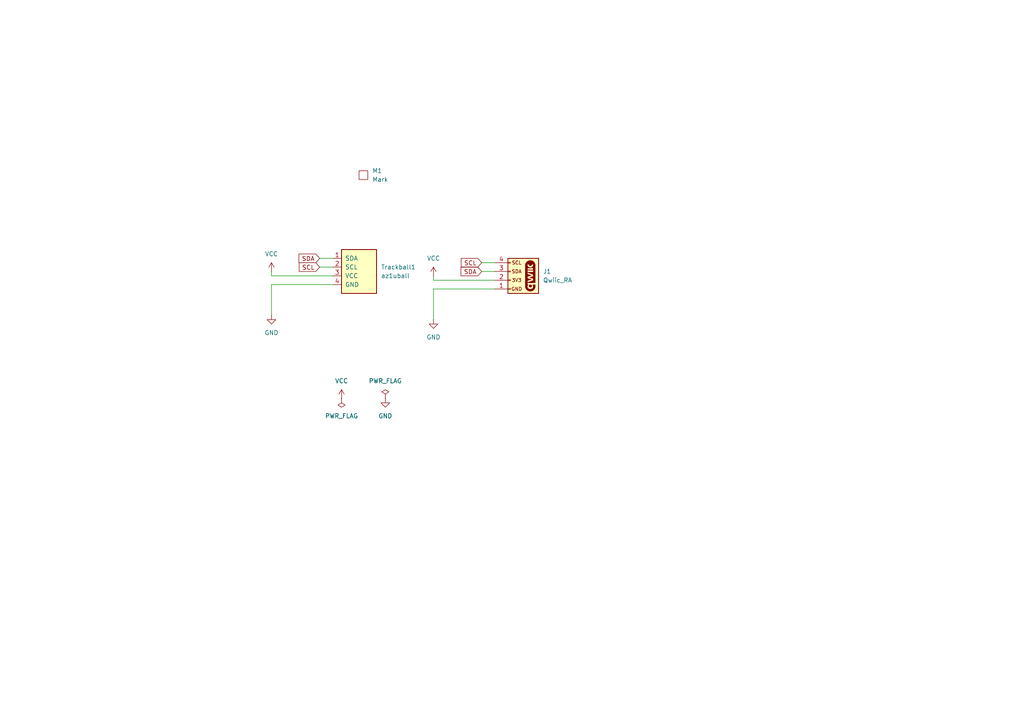
<source format=kicad_sch>
(kicad_sch (version 20231120) (generator "eeschema") (generator_version "8.0")
  (paper "A4")
  (lib_symbols
    (symbol "BrownSugar_KBD:Mark" (pin_numbers hide) (pin_names (offset 0) hide)
      (property "Reference" "M" (at 0 3.81 0))
      (property "Value" "Mark" (at 0 2.54 0))
      (symbol "Mark_0_1"
        (rectangle (start -1.27 1.27) (end 1.27 -1.27))
      )
    )
    (symbol "BrownSugar_KBD:OLED" (pin_names (offset 1.016))
      (property "Reference" "OL" (at 0 7.62 0))
      (property "Value" "OLED" (at 0 -7.62 0))
      (symbol "OLED_0_1"
        (rectangle (start -5.08 6.35) (end 5.08 -6.35) (stroke (width 0.254)) (fill (type background)))
      )
      (symbol "OLED_1_1"
        (pin bidirectional line (at -7.62 3.81 0) (length 2.54) (name "SDA") (number "1"))
        (pin bidirectional line (at -7.62 1.27 0) (length 2.54) (name "SCL") (number "2"))
        (pin power_in line (at -7.62 -1.27 0) (length 2.54) (name "VCC") (number "3"))
        (pin power_in line (at -7.62 -3.81 0) (length 2.54) (name "GND") (number "4"))
      )
    )
    (symbol "SparkFun-Connector:Qwiic_Right_Angle" (pin_names (offset 1.016) hide)
      (property "Reference" "J" (at 0 5.08 0))
      (property "Value" "Qwiic_RA" (at 0 -7.62 0))
      (symbol "Qwiic_Right_Angle_0_0"
        (polyline (pts (xy 5.6514 -4.1459) (xy 5.6299 -4.0654) (xy 5.5924 -3.9985) (xy 5.5373 -3.9428) (xy 5.4632 -3.8962) (xy 5.4394 -3.8843) (xy 5.402 -3.8678) (xy 5.3681 -3.8578) (xy 5.3294 -3.8521) (xy 5.2774 -3.8485) (xy 5.2184 -3.8474) (xy 5.1227 -3.8564) (xy 5.0405 -3.8803) (xy 4.9695 -3.9199) (xy 4.9078 -3.9759) (xy 4.8937 -3.9923) (xy 4.8535 -4.0549) (xy 4.8308 -4.124) (xy 4.8237 -4.2048) (xy 4.8239 -4.222) (xy 4.8343 -4.3011) (xy 4.8608 -4.3692) (xy 4.9051 -4.4308) (xy 4.9328 -4.4589) (xy 5.0009 -4.509) (xy 5.0793 -4.5424) (xy 5.1699 -4.5595) (xy 5.2745 -4.5612) (xy 5.3262 -4.5564) (xy 5.4199 -4.5347) (xy 5.4992 -4.4971) (xy 5.5638 -4.444) (xy 5.6131 -4.3757) (xy 5.6467 -4.2926) (xy 5.65 -4.2788) (xy 5.656 -4.2325) (xy 5.6563 -4.1875) (xy 5.6514 -4.1459)) (stroke (width 0.01)) (fill (type outline)))
        (polyline (pts (xy 6.6693 -0.6791) (xy 6.666 1.9332) (xy 6.6418 2.0386) (xy 6.6301 2.0866) (xy 6.5791 2.2527) (xy 6.5141 2.404) (xy 6.4337 2.5432) (xy 6.3364 2.673) (xy 6.2208 2.7959) (xy 6.1699 2.8428) (xy 6.0305 2.9527) (xy 5.8839 3.0422) (xy 5.7295 3.1115) (xy 5.5668 3.1608) (xy 5.3953 3.1902) (xy 5.2146 3.1999) (xy 5.1695 3.1994) (xy 5.0056 3.1868) (xy 4.8507 3.1568) (xy 4.7006 3.1083) (xy 4.5508 3.0404) (xy 4.5104 3.0187) (xy 4.3609 2.9237) (xy 4.2262 2.8129) (xy 4.1067 2.6872) (xy 4.0032 2.5475) (xy 3.9162 2.3947) (xy 3.8466 2.2295) (xy 3.7947 2.0528) (xy 3.7931 2.0453) (xy 3.7912 2.0356) (xy 3.7895 2.0242) (xy 3.7879 2.0106) (xy 3.7864 1.9938) (xy 3.785 1.9733) (xy 3.7837 1.9481) (xy 3.7825 1.9176) (xy 3.7815 1.8811) (xy 3.7805 1.8377) (xy 3.7796 1.7868) (xy 3.7789 1.7275) (xy 3.7781 1.6592) (xy 3.7775 1.5811) (xy 3.777 1.4925) (xy 3.7765 1.3925) (xy 3.7761 1.2805) (xy 3.7757 1.1557) (xy 3.7754 1.0174) (xy 3.7751 0.8648) (xy 3.7749 0.6972) (xy 3.7748 0.5138) (xy 3.7746 0.3139) (xy 3.7745 0.0967) (xy 3.7745 -0.1385) (xy 3.7744 -0.3925) (xy 3.7744 -0.666) (xy 3.7744 -0.9597) (xy 3.7744 -1.2744) (xy 3.7744 -4.5147) (xy 3.8041 -4.6318) (xy 3.8237 -4.7026) (xy 3.8837 -4.868) (xy 3.9606 -5.0206) (xy 4.0556 -5.1623) (xy 4.1695 -5.2947) (xy 4.2945 -5.4115) (xy 4.4355 -5.5159) (xy 4.5859 -5.6007) (xy 4.7459 -5.6661) (xy 4.916 -5.7122) (xy 5.0965 -5.7394) (xy 5.2571 -5.7442) (xy 5.4226 -5.7293) (xy 5.5891 -5.6949) (xy 5.7533 -5.6416) (xy 5.8236 -5.6121) (xy 5.9729 -5.5329) (xy 6.1112 -5.4365) (xy 6.237 -5.3244) (xy 6.3494 -5.1984) (xy 6.4469 -5.0601) (xy 6.5284 -4.9112) (xy 6.5926 -4.7532) (xy 6.6384 -4.5879) (xy 6.6645 -4.4168) (xy 6.6652 -4.405) (xy 6.6664 -4.3703) (xy 6.6676 -4.3199) (xy 6.6687 -4.2572) (xy 6.6696 -4.1859) (xy 6.6703 -4.1097) (xy 6.6721 -3.846) (xy 6.2655 -3.846) (xy 5.8589 -3.846) (xy 5.9219 -3.9104) (xy 5.9349 -3.9241) (xy 6.0001 -4.0112) (xy 6.0471 -4.1097) (xy 6.0754 -4.2189) (xy 6.085 -4.338) (xy 6.0781 -4.4509) (xy 6.0523 -4.5755) (xy 6.0066 -4.6941) (xy 5.952 -4.7864) (xy 5.8765 -4.8752) (xy 5.7858 -4.9517) (xy 5.6826 -5.0132) (xy 5.6313 -5.0372) (xy 5.5644 -5.0638) (xy 5.4981 -5.0834) (xy 5.4249 -5.0981) (xy 5.3375 -5.1098) (xy 5.2452 -5.1158) (xy 5.122 -5.1113) (xy 5.0004 -5.0938) (xy 4.8864 -5.0641) (xy 4.7856 -5.0232) (xy 4.6831 -4.9619) (xy 4.5878 -4.8817) (xy 4.5089 -4.7878) (xy 4.4472 -4.6811) (xy 4.4036 -4.5627) (xy 4.4031 -4.5611) (xy 4.3912 -4.4987) (xy 4.3845 -4.4244) (xy 4.3831 -4.3446) (xy 4.3869 -4.2661) (xy 4.3957 -4.1956) (xy 4.4094 -4.1396) (xy 4.4322 -4.082) (xy 4.485 -3.9879) (xy 4.5552 -3.9031) (xy 4.6109 -3.846) (xy 4.5052 -3.846) (xy 4.3996 -3.846) (xy 4.3996 -3.5687) (xy 4.3996 -3.2914) (xy 4.405 -3.2914) (xy 4.405 -3.2023) (xy 4.4021 -2.9296) (xy 4.4018 -2.8964) (xy 4.4015 -2.8076) (xy 4.4023 -2.7393) (xy 4.4041 -2.6908) (xy 4.407 -2.6611) (xy 4.4111 -2.6495) (xy 4.4137 -2.6484) (xy 4.434 -2.6418) (xy 4.4723 -2.6298) (xy 4.5268 -2.6132) (xy 4.5954 -2.5924) (xy 4.6761 -2.5683) (xy 4.767 -2.5412) (xy 4.866 -2.5118) (xy 4.9713 -2.4808) (xy 5.0173 -2.4672) (xy 5.119 -2.4369) (xy 5.2131 -2.4086) (xy 5.2977 -2.3828) (xy 5.3709 -2.3601) (xy 5.4307 -2.3411) (xy 5.4753 -2.3264) (xy 5.5029 -2.3166) (xy 5.5114 -2.3123) (xy 5.505 -2.3098) (xy 5.4796 -2.3016) (xy 5.4371 -2.2885) (xy 5.3794 -2.2711) (xy 5.3088 -2.2502) (xy 5.2275 -2.2264) (xy 5.1375 -2.2002) (xy 5.0411 -2.1724) (xy 4.9851 -2.1562) (xy 4.8864 -2.1278) (xy 4.7926 -2.1007) (xy 4.7062 -2.0757) (xy 4.63 -2.0536) (xy 4.5666 -2.0351) (xy 4.5187 -2.0211) (xy 4.4891 -2.0123) (xy 4.3992 -1.9852) (xy 4.4021 -1.7229) (xy 4.405 -1.4606) (xy 4.5844 -1.4084) (xy 4.6163 -1.3992) (xy 4.7739 -1.3533) (xy 4.9121 -1.3131) (xy 5.0321 -1.278) (xy 5.1352 -1.2478) (xy 5.2224 -1.2221) (xy 5.2951 -1.2004) (xy 5.3545 -1.1824) (xy 5.4018 -1.1676) (xy 5.4382 -1.1558) (xy 5.465 -1.1465) (xy 5.4834 -1.1392) (xy 5.4945 -1.1338) (xy 5.4997 -1.1296) (xy 5.5001 -1.1264) (xy 5.497 -1.1238) (xy 5.4915 -1.1214) (xy 5.4896 -1.1207) (xy 5.4687 -1.114) (xy 5.4296 -1.1019) (xy 5.3743 -1.0851) (xy 5.3049 -1.0643) (xy 5.2237 -1.04) (xy 5.1326 -1.013) (xy 5.0339 -0.9838) (xy 4.9297 -0.9531) (xy 4.3996 -0.7973) (xy 4.3996 -0.533) (xy 4.3997 -0.479) (xy 4.4004 -0.4111) (xy 4.4015 -0.3532) (xy 4.4029 -0.3082) (xy 4.4047 -0.279) (xy 4.4066 -0.2687) (xy 4.409 -0.2694) (xy 4.4284 -0.2761) (xy 4.4661 -0.2895) (xy 4.5204 -0.309) (xy 4.5899 -0.3341) (xy 4.6729 -0.3642) (xy 4.7681 -0.3988) (xy 4.8737 -0.4372) (xy 4.9883 -0.479) (xy 5.1104 -0.5236) (xy 5.2384 -0.5703) (xy 6.0632 -0.872) (xy 6.0632 -0.1926) (xy 5.2314 -0.1926) (xy 4.3996 -0.1926) (xy 4.3996 0.0793) (xy 4.3996 0.3511) (xy 5.2314 0.3511) (xy 6.0632 0.3511) (xy 6.0632 0.4598) (xy 5.2314 0.4598) (xy 4.3996 0.4598) (xy 4.3996 0.7317) (xy 4.3996 1.0035) (xy 5.2314 1.0035) (xy 5.2368 1.0035) (xy 5.2368 1.1177) (xy 5.1465 1.1192) (xy 5.0667 1.1248) (xy 4.9975 1.1357) (xy 4.9332 1.1532) (xy 4.8683 1.1784) (xy 4.7971 1.2126) (xy 4.7662 1.2298) (xy 4.6808 1.2903) (xy 4.6008 1.3651) (xy 4.5314 1.4489) (xy 4.4781 1.5363) (xy 4.4686 1.5557) (xy 4.4306 1.6462) (xy 4.4052 1.7353) (xy 4.3905 1.8304) (xy 4.385 1.9386) (xy 4.3833 2.0745) (xy 4.6089 2.0775) (xy 4.8345 2.0804) (xy 4.8348 1.9959) (xy 4.8368 1.9483) (xy 4.8488 1.8858) (xy 4.8738 1.8316) (xy 4.9144 1.7788) (xy 4.9734 1.7289) (xy 5.0458 1.6921) (xy 5.1277 1.6689) (xy 5.215 1.6593) (xy 5.3038 1.6635) (xy 5.3902 1.6815) (xy 5.4702 1.7136) (xy 5.54 1.7597) (xy 5.5733 1.7923) (xy 5.6073 1.844) (xy 5.628 1.9066) (xy 5.6372 1.9843) (xy 5.6418 2.0804) (xy 5.8607 2.0775) (xy 6.0795 2.0745) (xy 6.0811 1.9712) (xy 6.0811 1.9207) (xy 6.0739 1.8134) (xy 6.0554 1.7157) (xy 6.024 1.6204) (xy 5.9781 1.5204) (xy 5.9341 1.4457) (xy 5.8571 1.3499) (xy 5.7651 1.2695) (xy 5.6591 1.2056) (xy 5.6251 1.1892) (xy 5.5646 1.1627) (xy 5.5097 1.1435) (xy 5.4549 1.1305) (xy 5.3948 1.1226) (xy 5.3239 1.1188) (xy 5.2368 1.1177) (xy 5.2368 1.0035) (xy 6.0632 1.0035) (xy 6.0632 0.7317) (xy 6.0632 0.4598) (xy 6.0632 0.3511) (xy 6.0632 0.0793) (xy 6.0632 -0.1926) (xy 6.0632 -0.872) (xy 6.0632 -1.1439) (xy 6.0632 -1.4158) (xy 5.552 -1.5728) (xy 5.5357 -1.5778) (xy 5.4361 -1.6086) (xy 5.3436 -1.6376) (xy 5.2603 -1.6641) (xy 5.1881 -1.6874) (xy 5.129 -1.707) (xy 5.0848 -1.7222) (xy 5.0575 -1.7324) (xy 5.0491 -1.7369) (xy 5.0493 -1.737) (xy 5.0624 -1.742) (xy 5.094 -1.7527) (xy 5.1423 -1.7684) (xy 5.2051 -1.7886) (xy 5.2803 -1.8124) (xy 5.3659 -1.8394) (xy 5.46 -1.8688) (xy 5.5603 -1.9) (xy 6.0632 -2.0559) (xy 6.063 -2.3284) (xy 6.0628 -2.601) (xy 5.2339 -2.9017) (xy 4.405 -3.2023) (xy 4.405 -3.2914) (xy 5.5361 -3.2914) (xy 6.6725 -3.2914) (xy 6.6693 -0.6791)) (stroke (width 0.01)) (fill (type outline)))
      )
      (symbol "Qwiic_Right_Angle_1_1"
        (rectangle (start -1.27 -4.953) (end -0.508 -5.207) (stroke (width 0.1524)))
        (rectangle (start -1.27 -2.413) (end -0.508 -2.667) (stroke (width 0.1524)))
        (rectangle (start -1.27 0.127) (end -0.508 -0.127) (stroke (width 0.1524)))
        (rectangle (start -1.27 2.667) (end -0.508 2.413) (stroke (width 0.1524)))
        (rectangle (start -1.27 3.81) (end 7.62 -6.35) (stroke (width 0.254)) (fill (type background)))
        (text "3V3" (at 1.27 -2.54 0) (effects (font (size 1 1))))
        (text "GND" (at 1.27 -5.08 0) (effects (font (size 1 1))))
        (text "SCL" (at 1.27 2.54 0) (effects (font (size 1 1))))
        (text "SDA" (at 1.27 0 0) (effects (font (size 1 1))))
        (pin passive line (at -5.08 -5.08 0) (length 3.81) (name "Pin_1") (number "1"))
        (pin passive line (at -5.08 -2.54 0) (length 3.81) (name "Pin_2") (number "2"))
        (pin passive line (at -5.08 0 0) (length 3.81) (name "Pin_3") (number "3"))
        (pin passive line (at -5.08 2.54 0) (length 3.81) (name "Pin_4") (number "4"))
        (pin no_connect line (at 5.08 3.81 270) (length 2.54) hide (name "NC") (number "NC1"))
        (pin no_connect line (at 6.35 3.81 270) (length 2.54) hide (name "NC") (number "NC2"))
      )
    )
    (symbol "power:GND" (power) (pin_numbers hide) (pin_names (offset 0) hide)
      (property "Value" "GND" (at 0 -3.81 0))
      (symbol "GND_0_1"
        (polyline (pts (xy 0 0) (xy 0 -1.27) (xy 1.27 -1.27) (xy 0 -2.54) (xy -1.27 -1.27) (xy 0 -1.27)))
      )
      (symbol "GND_1_1"
        (pin power_in line (at 0 0 270) (length 0) (name "~") (number "1"))
      )
    )
    (symbol "power:PWR_FLAG" (power) (pin_numbers hide) (pin_names (offset 0) hide)
      (property "Value" "PWR_FLAG" (at 0 3.81 0))
      (symbol "PWR_FLAG_0_0"
        (pin power_out line (at 0 0 90) (length 0) (name "~") (number "1"))
      )
      (symbol "PWR_FLAG_0_1"
        (polyline (pts (xy 0 0) (xy 0 1.27) (xy -1.016 1.905) (xy 0 2.54) (xy 1.016 1.905) (xy 0 1.27)))
      )
    )
    (symbol "power:VCC" (power) (pin_numbers hide) (pin_names (offset 0) hide)
      (property "Value" "VCC" (at 0 3.556 0))
      (symbol "VCC_0_1"
        (polyline (pts (xy -0.762 1.27) (xy 0 2.54)))
        (polyline (pts (xy 0 0) (xy 0 2.54)))
        (polyline (pts (xy 0 2.54) (xy 0.762 1.27)))
      )
      (symbol "VCC_1_1"
        (pin power_in line (at 0 0 90) (length 0) (name "~") (number "1"))
      )
    )
  )
  (wire (pts (xy 125.73 80.01) (xy 125.73 81.28)))
  (wire (pts (xy 78.74 82.55) (xy 96.52 82.55)))
  (wire (pts (xy 125.73 81.28) (xy 143.51 81.28)))
  (wire (pts (xy 125.73 83.82) (xy 143.51 83.82)))
  (wire (pts (xy 78.74 80.01) (xy 96.52 80.01)))
  (wire (pts (xy 78.74 82.55) (xy 78.74 91.44)))
  (wire (pts (xy 139.7 76.2) (xy 143.51 76.2)))
  (wire (pts (xy 92.71 74.93) (xy 96.52 74.93)))
  (wire (pts (xy 92.71 77.47) (xy 96.52 77.47)))
  (wire (pts (xy 125.73 83.82) (xy 125.73 92.71)))
  (wire (pts (xy 78.74 78.74) (xy 78.74 80.01)))
  (wire (pts (xy 139.7 78.74) (xy 143.51 78.74)))
  (global_label "SCL" (shape input) (at 139.7 76.2 180) (property "Intersheetrefs" "${INTERSHEET_REFS}" (effects (hide yes))))
  (global_label "SCL" (shape input) (at 92.71 77.47 180) (property "Intersheetrefs" "${INTERSHEET_REFS}" (effects (hide yes))))
  (global_label "SDA" (shape input) (at 139.7 78.74 180) (property "Intersheetrefs" "${INTERSHEET_REFS}" (effects (hide yes))))
  (global_label "SDA" (shape input) (at 92.71 74.93 180) (property "Intersheetrefs" "${INTERSHEET_REFS}" (effects (hide yes))))
  (symbol (lib_id "power:GND") (at 125.73 92.71 0) (unit 1)
    (property "Reference" "#PWR04" (effects (hide yes)))
    (property "Value" "GND" (at 125.73 97.79 0))
    (property "Description" "Power symbol creates a global label with name \"GND\" , ground" (effects (hide yes)))
  )
  (symbol (lib_id "power:VCC") (at 99.06 115.57 0) (unit 1)
    (property "Reference" "#PWR05" (effects (hide yes)))
    (property "Value" "VCC" (at 99.06 110.49 0))
    (property "Description" "Power symbol creates a global label with name \"VCC\"" (effects (hide yes)))
  )
  (symbol (lib_id "power:PWR_FLAG") (at 99.06 115.57 180) (unit 1)
    (property "Reference" "#FLG01" (effects (hide yes)))
    (property "Value" "PWR_FLAG" (at 99.06 120.65 0))
    (property "Description" "Special symbol for telling ERC where power comes from" (effects (hide yes)))
  )
  (symbol (lib_id "SparkFun-Connector:Qwiic_Right_Angle") (at 148.59 78.74 0) (unit 1)
    (property "Reference" "J1" (at 157.48 78.7399 0) (effects (justify left)))
    (property "Value" "Qwiic_RA" (at 157.48 81.2799 0) (effects (justify left)))
    (property "Footprint" "SparkFun-Connector:JST_SMD_1.0mm-4_Black" (effects (hide yes)))
    (property "Datasheet" "https://www.jst-mfg.com/product/pdf/eng/eSH.pdf" (effects (hide yes)))
    (property "Description" "4 pin JST 1mm polarized connector for I2C" (effects (hide yes)))
    (property "PROD_ID" "CONN-13694" (effects (hide yes)))
  )
  (symbol (lib_id "power:GND") (at 78.74 91.44 0) (unit 1)
    (property "Reference" "#PWR02" (effects (hide yes)))
    (property "Value" "GND" (at 78.74 96.52 0))
    (property "Description" "Power symbol creates a global label with name \"GND\" , ground" (effects (hide yes)))
  )
  (symbol (lib_id "power:VCC") (at 125.73 80.01 0) (unit 1)
    (property "Reference" "#PWR03" (effects (hide yes)))
    (property "Value" "VCC" (at 125.73 74.93 0))
    (property "Description" "Power symbol creates a global label with name \"VCC\"" (effects (hide yes)))
  )
  (symbol (lib_id "power:VCC") (at 78.74 78.74 0) (unit 1)
    (property "Reference" "#PWR01" (effects (hide yes)))
    (property "Value" "VCC" (at 78.74 73.66 0))
    (property "Description" "Power symbol creates a global label with name \"VCC\"" (effects (hide yes)))
  )
  (symbol (lib_id "BrownSugar_KBD:Mark") (at 105.41 50.8 0) (unit 1)
    (property "Reference" "M1" (at 107.95 49.5299 0) (effects (justify left)))
    (property "Value" "Mark" (at 107.95 52.0699 0) (effects (justify left)))
    (property "Footprint" "Rikkodo_FootPrint:rkd_Point_Cut" (effects (hide yes)))
  )
  (symbol (lib_id "BrownSugar_KBD:OLED") (at 104.14 78.74 0) (unit 1)
    (property "Reference" "Trackball1" (at 110.49 77.4699 0) (effects (justify left)))
    (property "Value" "az1uball" (at 110.49 80.0099 0) (effects (justify left)))
    (property "Footprint" "kicad:AZ1UBALL" (effects (hide yes)))
  )
  (symbol (lib_id "power:GND") (at 111.76 115.57 0) (unit 1)
    (property "Reference" "#PWR06" (effects (hide yes)))
    (property "Value" "GND" (at 111.76 120.65 0))
    (property "Description" "Power symbol creates a global label with name \"GND\" , ground" (effects (hide yes)))
  )
  (symbol (lib_id "power:PWR_FLAG") (at 111.76 115.57 0) (unit 1)
    (property "Reference" "#FLG02" (effects (hide yes)))
    (property "Value" "PWR_FLAG" (at 111.76 110.49 0))
    (property "Description" "Special symbol for telling ERC where power comes from" (effects (hide yes)))
  )
)
</source>
